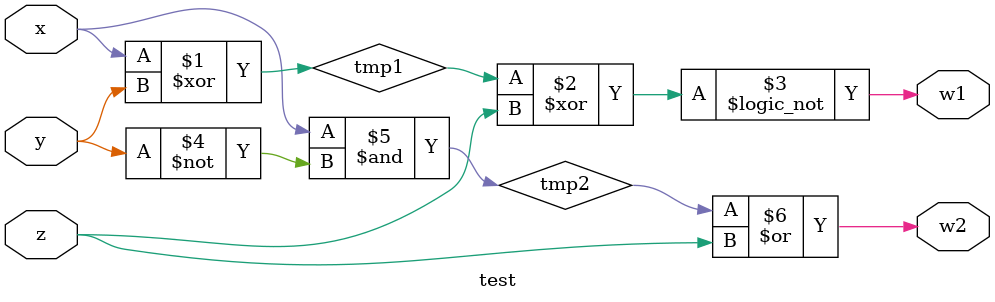
<source format=v>
module test (
    x, y, z, w1, w2
);
    input x;
    input y;
    input z;
    output w1, w2;
    wire tmp1;
    wire tmp2;
    assign tmp1 = x ^ y;
    assign w1 = !(tmp1 ^ z);

    assign tmp2 = x & ~y;
    assign w2 = tmp2 | z;
endmodule
</source>
